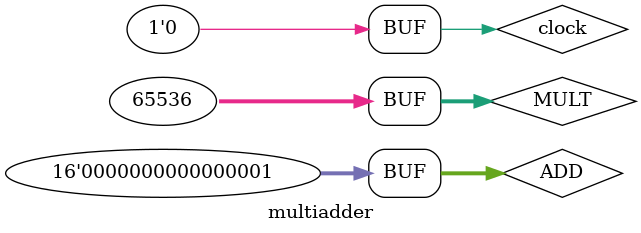
<source format=v>
`timescale 1ns / 1ps


module multiadder();

    reg clock;
    reg [31:0] MULT;
    reg [15:0] ADD;
    reg [13:0] ADC;
    wire [15:0] OUT;
    reg [13:0] sine [0:99];
    reg [7:0] i;
    
    AXI4_multi_adder ma (.S_AXIS_MULT_tdata(MULT),
                           .S_AXIS_MULT_tvalid(1'b1),
                           .S_AXIS_ADD_tdata(ADD),
                           .S_AXIS_ADD_tvalid(1'b1),
                           .S_AXIS_ADC_tdata({2'b0,ADC}),
                           .S_AXIS_ADC_tvalid(1'b1),
                           .M_AXIS_tdata(OUT),
                           .aclk(clock)
                            );
initial
begin
    clock = 1'b0;
    ADC = 0;
    MULT = 16'd1 << 16;
    ADD = 16'd1;
    i=0;
    
    sine[0] = 0;        sine[1] = 10;        sine[2] = 20;        sine[3] = 29;        sine[4] = 39;   
    sine[5] = 48;       sine[6] = 58;        sine[7] = 67;        sine[8] = 75;        sine[9] = 84;
    sine[10] = 92;      sine[11] = 100;      sine[12] = 107;      sine[13] = 114;      sine[14] = 120;
    sine[15] = 126;     sine[16] = 132;      sine[17] = 137;      sine[18] = 141;      sine[19] = 145;   
    sine[20] = 149;     sine[21] = 151;      sine[22] = 153;      sine[23] = 155;      sine[24] = 156;
    sine[25] = 156;     
end

always 
begin
    clock = 1'b1; 
    #4; // high for 4 * timescale = 4 ns

    clock = 1'b0; 
    #4; // low for 4 * timescale = 4 ns
end

always @(posedge clock)
begin
    // values for a and b
    if ( i < 25 )
       ADC = sine[i];
    else if ( i < 50 )
       ADC = sine[50 - i];
    else if  ( i < 75 )
       ADC = - sine[i - 50];
    else 
       ADC = - sine[100 - i];
    i = i+ 1;
    if(i == 100)
       i = 0;

    
end
endmodule
</source>
